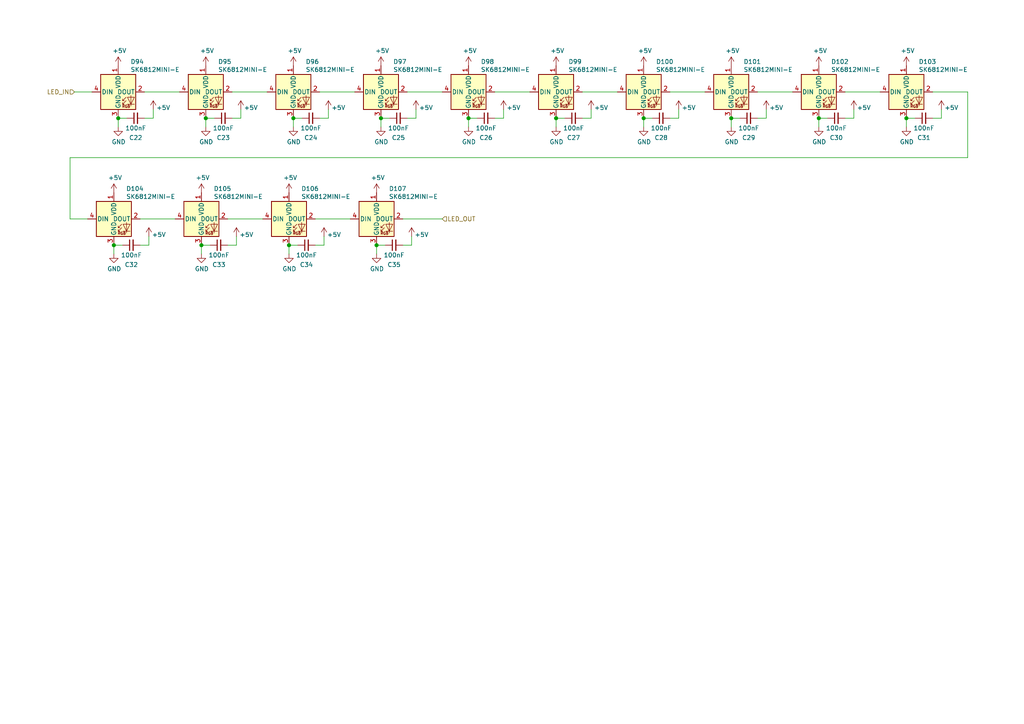
<source format=kicad_sch>
(kicad_sch (version 20210406) (generator eeschema)
  (paper "A4")
  (lib_symbols
    (symbol "Device:C_Small" (pin_numbers hide) (pin_names (offset 0.254) hide)
      (property "Reference" "C" (at 0.254 1.778 0))
      (property "Value" "C_Small" (at 0.254 -2.032 0))
      (symbol "C_Small_0_1"
        (polyline (pts (xy -1.524 -0.508) (xy 1.524 -0.508)) (stroke (width 0.3302)))
        (polyline (pts (xy -1.524 0.508) (xy 1.524 0.508)) (stroke (width 0.3048)))
      )
      (symbol "C_Small_1_1"
        (pin passive line (at 0 2.54 270) (length 2.032) (name "~") (number "1"))
        (pin passive line (at 0 -2.54 90) (length 2.032) (name "~") (number "2"))
      )
    )
    (symbol "chonc60:SK6812MINI-E" (pin_names (offset 0.254))
      (property "Reference" "D" (at 5.08 5.715 0))
      (property "Value" "SK6812MINI-E" (at 1.27 -5.715 0))
      (symbol "SK6812MINI-E_0_0"
        (text "RGB" (at 2.286 -4.191 0) (effects (font (size 0.762 0.762))))
      )
      (symbol "SK6812MINI-E_0_1"
        (rectangle (start 5.08 5.08) (end -5.08 -5.08) (stroke (width 0.254)) (fill (type background)))
        (polyline (pts (xy 1.27 -3.556) (xy 1.778 -3.556)))
        (polyline (pts (xy 1.27 -2.54) (xy 1.778 -2.54)))
        (polyline (pts (xy 4.699 -3.556) (xy 2.667 -3.556)))
        (polyline (pts (xy 2.286 -2.54) (xy 1.27 -3.556) (xy 1.27 -3.048)))
        (polyline (pts (xy 2.286 -1.524) (xy 1.27 -2.54) (xy 1.27 -2.032)))
        (polyline (pts (xy 3.683 -1.016) (xy 3.683 -3.556) (xy 3.683 -4.064)))
        (polyline (pts (xy 4.699 -1.524) (xy 2.667 -1.524) (xy 3.683 -3.556) (xy 4.699 -1.524)))
      )
      (symbol "SK6812MINI-E_1_1"
        (pin power_in line (at 0 7.62 270) (length 2.54) (name "VDD") (number "1"))
        (pin output line (at 7.62 0 180) (length 2.54) (name "DOUT") (number "2"))
        (pin power_in line (at 0 -7.62 90) (length 2.54) (name "GND") (number "3"))
        (pin input line (at -7.62 0 0) (length 2.54) (name "DIN") (number "4"))
      )
    )
    (symbol "power:+5V" (power) (pin_names (offset 0))
      (property "Value" "+5V" (at 0 3.556 0))
      (symbol "+5V_0_1"
        (polyline (pts (xy -0.762 1.27) (xy 0 2.54)))
        (polyline (pts (xy 0 0) (xy 0 2.54)))
        (polyline (pts (xy 0 2.54) (xy 0.762 1.27)))
      )
      (symbol "+5V_1_1"
        (pin power_in line (at 0 0 90) (length 0) hide (name "+5V") (number "1"))
      )
    )
    (symbol "power:GND" (power) (pin_names (offset 0))
      (property "Value" "GND" (at 0 -3.81 0))
      (symbol "GND_0_1"
        (polyline (pts (xy 0 0) (xy 0 -1.27) (xy 1.27 -1.27) (xy 0 -2.54) (xy -1.27 -1.27) (xy 0 -1.27)))
      )
      (symbol "GND_1_1"
        (pin power_in line (at 0 0 270) (length 0) hide (name "GND") (number "1"))
      )
    )
  )
  (junction (at 33.02 71.12) (diameter 1.016))
  (junction (at 34.29 34.29) (diameter 1.016))
  (junction (at 58.42 71.12) (diameter 1.016))
  (junction (at 59.69 34.29) (diameter 1.016))
  (junction (at 83.82 71.12) (diameter 1.016))
  (junction (at 85.09 34.29) (diameter 1.016))
  (junction (at 109.22 71.12) (diameter 1.016))
  (junction (at 110.49 34.29) (diameter 1.016))
  (junction (at 135.89 34.29) (diameter 1.016))
  (junction (at 161.29 34.29) (diameter 1.016))
  (junction (at 186.69 34.29) (diameter 1.016))
  (junction (at 212.09 34.29) (diameter 1.016))
  (junction (at 237.49 34.29) (diameter 1.016))
  (junction (at 262.89 34.29) (diameter 1.016))
  (wire (pts (xy 20.32 45.72) (xy 280.67 45.72)))
  (wire (pts (xy 20.32 63.5) (xy 20.32 45.72)))
  (wire (pts (xy 20.32 63.5) (xy 25.4 63.5)))
  (wire (pts (xy 21.59 26.67) (xy 26.67 26.67)))
  (wire (pts (xy 33.02 71.12) (xy 35.56 71.12)))
  (wire (pts (xy 33.02 73.66) (xy 33.02 71.12)))
  (wire (pts (xy 34.29 34.29) (xy 36.83 34.29)))
  (wire (pts (xy 34.29 36.83) (xy 34.29 34.29)))
  (wire (pts (xy 40.64 63.5) (xy 50.8 63.5)))
  (wire (pts (xy 40.64 71.12) (xy 43.18 71.12)))
  (wire (pts (xy 41.91 26.67) (xy 52.07 26.67)))
  (wire (pts (xy 41.91 34.29) (xy 44.45 34.29)))
  (wire (pts (xy 43.18 68.58) (xy 43.18 71.12)))
  (wire (pts (xy 44.45 31.75) (xy 44.45 34.29)))
  (wire (pts (xy 58.42 71.12) (xy 60.96 71.12)))
  (wire (pts (xy 58.42 73.66) (xy 58.42 71.12)))
  (wire (pts (xy 59.69 34.29) (xy 62.23 34.29)))
  (wire (pts (xy 59.69 36.83) (xy 59.69 34.29)))
  (wire (pts (xy 66.04 63.5) (xy 76.2 63.5)))
  (wire (pts (xy 66.04 71.12) (xy 68.58 71.12)))
  (wire (pts (xy 67.31 26.67) (xy 77.47 26.67)))
  (wire (pts (xy 67.31 34.29) (xy 69.85 34.29)))
  (wire (pts (xy 68.58 68.58) (xy 68.58 71.12)))
  (wire (pts (xy 69.85 31.75) (xy 69.85 34.29)))
  (wire (pts (xy 83.82 71.12) (xy 86.36 71.12)))
  (wire (pts (xy 83.82 73.66) (xy 83.82 71.12)))
  (wire (pts (xy 85.09 34.29) (xy 87.63 34.29)))
  (wire (pts (xy 85.09 36.83) (xy 85.09 34.29)))
  (wire (pts (xy 91.44 63.5) (xy 101.6 63.5)))
  (wire (pts (xy 91.44 71.12) (xy 93.98 71.12)))
  (wire (pts (xy 92.71 26.67) (xy 102.87 26.67)))
  (wire (pts (xy 92.71 34.29) (xy 95.25 34.29)))
  (wire (pts (xy 93.98 68.58) (xy 93.98 71.12)))
  (wire (pts (xy 95.25 31.75) (xy 95.25 34.29)))
  (wire (pts (xy 109.22 71.12) (xy 111.76 71.12)))
  (wire (pts (xy 109.22 73.66) (xy 109.22 71.12)))
  (wire (pts (xy 110.49 34.29) (xy 113.03 34.29)))
  (wire (pts (xy 110.49 36.83) (xy 110.49 34.29)))
  (wire (pts (xy 116.84 63.5) (xy 128.27 63.5)))
  (wire (pts (xy 116.84 71.12) (xy 119.38 71.12)))
  (wire (pts (xy 118.11 26.67) (xy 128.27 26.67)))
  (wire (pts (xy 118.11 34.29) (xy 120.65 34.29)))
  (wire (pts (xy 119.38 68.58) (xy 119.38 71.12)))
  (wire (pts (xy 120.65 31.75) (xy 120.65 34.29)))
  (wire (pts (xy 135.89 34.29) (xy 138.43 34.29)))
  (wire (pts (xy 135.89 36.83) (xy 135.89 34.29)))
  (wire (pts (xy 143.51 26.67) (xy 153.67 26.67)))
  (wire (pts (xy 143.51 34.29) (xy 146.05 34.29)))
  (wire (pts (xy 146.05 31.75) (xy 146.05 34.29)))
  (wire (pts (xy 161.29 34.29) (xy 163.83 34.29)))
  (wire (pts (xy 161.29 36.83) (xy 161.29 34.29)))
  (wire (pts (xy 168.91 26.67) (xy 179.07 26.67)))
  (wire (pts (xy 168.91 34.29) (xy 171.45 34.29)))
  (wire (pts (xy 171.45 31.75) (xy 171.45 34.29)))
  (wire (pts (xy 186.69 34.29) (xy 189.23 34.29)))
  (wire (pts (xy 186.69 36.83) (xy 186.69 34.29)))
  (wire (pts (xy 194.31 26.67) (xy 204.47 26.67)))
  (wire (pts (xy 194.31 34.29) (xy 196.85 34.29)))
  (wire (pts (xy 196.85 31.75) (xy 196.85 34.29)))
  (wire (pts (xy 212.09 34.29) (xy 214.63 34.29)))
  (wire (pts (xy 212.09 36.83) (xy 212.09 34.29)))
  (wire (pts (xy 219.71 26.67) (xy 229.87 26.67)))
  (wire (pts (xy 219.71 34.29) (xy 222.25 34.29)))
  (wire (pts (xy 222.25 31.75) (xy 222.25 34.29)))
  (wire (pts (xy 237.49 34.29) (xy 240.03 34.29)))
  (wire (pts (xy 237.49 36.83) (xy 237.49 34.29)))
  (wire (pts (xy 245.11 26.67) (xy 255.27 26.67)))
  (wire (pts (xy 245.11 34.29) (xy 247.65 34.29)))
  (wire (pts (xy 247.65 31.75) (xy 247.65 34.29)))
  (wire (pts (xy 262.89 34.29) (xy 265.43 34.29)))
  (wire (pts (xy 262.89 36.83) (xy 262.89 34.29)))
  (wire (pts (xy 270.51 26.67) (xy 280.67 26.67)))
  (wire (pts (xy 270.51 34.29) (xy 273.05 34.29)))
  (wire (pts (xy 273.05 31.75) (xy 273.05 34.29)))
  (wire (pts (xy 280.67 45.72) (xy 280.67 26.67)))
  (hierarchical_label "LED_IN" (shape input) (at 21.59 26.67 180))
  (hierarchical_label "LED_OUT" (shape input) (at 128.27 63.5 0))
  (symbol (lib_id "power:+5V") (at 33.02 55.88 0)
    (property "Reference" "#PWR094" (effects hide))
    (property "Value" "+5V" (at 33.3883 51.5556 0))
  )
  (symbol (lib_id "power:+5V") (at 34.29 19.05 0)
    (property "Reference" "#PWR064" (effects hide))
    (property "Value" "+5V" (at 34.6583 14.7256 0))
  )
  (symbol (lib_id "power:+5V") (at 43.18 68.58 0)
    (property "Reference" "#PWR098" (effects hide))
    (property "Value" "+5V" (at 46.0883 68.0656 0))
  )
  (symbol (lib_id "power:+5V") (at 44.45 31.75 0)
    (property "Reference" "#PWR074" (effects hide))
    (property "Value" "+5V" (at 47.3583 31.2356 0))
  )
  (symbol (lib_id "power:+5V") (at 58.42 55.88 0)
    (property "Reference" "#PWR095" (effects hide))
    (property "Value" "+5V" (at 58.7883 51.5556 0))
  )
  (symbol (lib_id "power:+5V") (at 59.69 19.05 0)
    (property "Reference" "#PWR065" (effects hide))
    (property "Value" "+5V" (at 60.0583 14.7256 0))
  )
  (symbol (lib_id "power:+5V") (at 68.58 68.58 0)
    (property "Reference" "#PWR099" (effects hide))
    (property "Value" "+5V" (at 71.4883 68.0656 0))
  )
  (symbol (lib_id "power:+5V") (at 69.85 31.75 0)
    (property "Reference" "#PWR075" (effects hide))
    (property "Value" "+5V" (at 72.7583 31.2356 0))
  )
  (symbol (lib_id "power:+5V") (at 83.82 55.88 0)
    (property "Reference" "#PWR096" (effects hide))
    (property "Value" "+5V" (at 84.1883 51.5556 0))
  )
  (symbol (lib_id "power:+5V") (at 85.09 19.05 0)
    (property "Reference" "#PWR066" (effects hide))
    (property "Value" "+5V" (at 85.4583 14.7256 0))
  )
  (symbol (lib_id "power:+5V") (at 93.98 68.58 0)
    (property "Reference" "#PWR0100" (effects hide))
    (property "Value" "+5V" (at 96.8883 68.0656 0))
  )
  (symbol (lib_id "power:+5V") (at 95.25 31.75 0)
    (property "Reference" "#PWR076" (effects hide))
    (property "Value" "+5V" (at 98.1583 31.2356 0))
  )
  (symbol (lib_id "power:+5V") (at 109.22 55.88 0)
    (property "Reference" "#PWR097" (effects hide))
    (property "Value" "+5V" (at 109.5883 51.5556 0))
  )
  (symbol (lib_id "power:+5V") (at 110.49 19.05 0)
    (property "Reference" "#PWR067" (effects hide))
    (property "Value" "+5V" (at 110.8583 14.7256 0))
  )
  (symbol (lib_id "power:+5V") (at 119.38 68.58 0)
    (property "Reference" "#PWR0101" (effects hide))
    (property "Value" "+5V" (at 122.2883 68.0656 0))
  )
  (symbol (lib_id "power:+5V") (at 120.65 31.75 0)
    (property "Reference" "#PWR077" (effects hide))
    (property "Value" "+5V" (at 123.5583 31.2356 0))
  )
  (symbol (lib_id "power:+5V") (at 135.89 19.05 0)
    (property "Reference" "#PWR068" (effects hide))
    (property "Value" "+5V" (at 136.2583 14.7256 0))
  )
  (symbol (lib_id "power:+5V") (at 146.05 31.75 0)
    (property "Reference" "#PWR078" (effects hide))
    (property "Value" "+5V" (at 148.9583 31.2356 0))
  )
  (symbol (lib_id "power:+5V") (at 161.29 19.05 0)
    (property "Reference" "#PWR069" (effects hide))
    (property "Value" "+5V" (at 161.6583 14.7256 0))
  )
  (symbol (lib_id "power:+5V") (at 171.45 31.75 0)
    (property "Reference" "#PWR079" (effects hide))
    (property "Value" "+5V" (at 174.3583 31.2356 0))
  )
  (symbol (lib_id "power:+5V") (at 186.69 19.05 0)
    (property "Reference" "#PWR070" (effects hide))
    (property "Value" "+5V" (at 187.0583 14.7256 0))
  )
  (symbol (lib_id "power:+5V") (at 196.85 31.75 0)
    (property "Reference" "#PWR080" (effects hide))
    (property "Value" "+5V" (at 199.7583 31.2356 0))
  )
  (symbol (lib_id "power:+5V") (at 212.09 19.05 0)
    (property "Reference" "#PWR071" (effects hide))
    (property "Value" "+5V" (at 212.4583 14.7256 0))
  )
  (symbol (lib_id "power:+5V") (at 222.25 31.75 0)
    (property "Reference" "#PWR081" (effects hide))
    (property "Value" "+5V" (at 225.1583 31.2356 0))
  )
  (symbol (lib_id "power:+5V") (at 237.49 19.05 0)
    (property "Reference" "#PWR072" (effects hide))
    (property "Value" "+5V" (at 237.8583 14.7256 0))
  )
  (symbol (lib_id "power:+5V") (at 247.65 31.75 0)
    (property "Reference" "#PWR082" (effects hide))
    (property "Value" "+5V" (at 250.5583 31.2356 0))
  )
  (symbol (lib_id "power:+5V") (at 262.89 19.05 0)
    (property "Reference" "#PWR073" (effects hide))
    (property "Value" "+5V" (at 263.2583 14.7256 0))
  )
  (symbol (lib_id "power:+5V") (at 273.05 31.75 0)
    (property "Reference" "#PWR083" (effects hide))
    (property "Value" "+5V" (at 275.9583 31.2356 0))
  )
  (symbol (lib_id "power:GND") (at 33.02 73.66 0)
    (property "Reference" "#PWR0102" (effects hide))
    (property "Value" "GND" (at 33.1343 77.9844 0))
  )
  (symbol (lib_id "power:GND") (at 34.29 36.83 0)
    (property "Reference" "#PWR084" (effects hide))
    (property "Value" "GND" (at 34.4043 41.1544 0))
  )
  (symbol (lib_id "power:GND") (at 58.42 73.66 0)
    (property "Reference" "#PWR0103" (effects hide))
    (property "Value" "GND" (at 58.5343 77.9844 0))
  )
  (symbol (lib_id "power:GND") (at 59.69 36.83 0)
    (property "Reference" "#PWR085" (effects hide))
    (property "Value" "GND" (at 59.8043 41.1544 0))
  )
  (symbol (lib_id "power:GND") (at 83.82 73.66 0)
    (property "Reference" "#PWR0104" (effects hide))
    (property "Value" "GND" (at 83.9343 77.9844 0))
  )
  (symbol (lib_id "power:GND") (at 85.09 36.83 0)
    (property "Reference" "#PWR086" (effects hide))
    (property "Value" "GND" (at 85.2043 41.1544 0))
  )
  (symbol (lib_id "power:GND") (at 109.22 73.66 0)
    (property "Reference" "#PWR0105" (effects hide))
    (property "Value" "GND" (at 109.3343 77.9844 0))
  )
  (symbol (lib_id "power:GND") (at 110.49 36.83 0)
    (property "Reference" "#PWR087" (effects hide))
    (property "Value" "GND" (at 110.6043 41.1544 0))
  )
  (symbol (lib_id "power:GND") (at 135.89 36.83 0)
    (property "Reference" "#PWR088" (effects hide))
    (property "Value" "GND" (at 136.0043 41.1544 0))
  )
  (symbol (lib_id "power:GND") (at 161.29 36.83 0)
    (property "Reference" "#PWR089" (effects hide))
    (property "Value" "GND" (at 161.4043 41.1544 0))
  )
  (symbol (lib_id "power:GND") (at 186.69 36.83 0)
    (property "Reference" "#PWR090" (effects hide))
    (property "Value" "GND" (at 186.8043 41.1544 0))
  )
  (symbol (lib_id "power:GND") (at 212.09 36.83 0)
    (property "Reference" "#PWR091" (effects hide))
    (property "Value" "GND" (at 212.2043 41.1544 0))
  )
  (symbol (lib_id "power:GND") (at 237.49 36.83 0)
    (property "Reference" "#PWR092" (effects hide))
    (property "Value" "GND" (at 237.6043 41.1544 0))
  )
  (symbol (lib_id "power:GND") (at 262.89 36.83 0)
    (property "Reference" "#PWR093" (effects hide))
    (property "Value" "GND" (at 263.0043 41.1544 0))
  )
  (symbol (lib_id "Device:C_Small") (at 38.1 71.12 90)
    (property "Reference" "C32" (at 38.1 76.7777 90))
    (property "Value" "100nF" (at 38.1 73.996 90))
    (property "Footprint" "Capacitor_SMD:C_0603_1608Metric" (effects hide))
  )
  (symbol (lib_id "Device:C_Small") (at 39.37 34.29 90)
    (property "Reference" "C22" (at 39.37 39.9477 90))
    (property "Value" "100nF" (at 39.37 37.166 90))
    (property "Footprint" "Capacitor_SMD:C_0603_1608Metric" (effects hide))
  )
  (symbol (lib_id "Device:C_Small") (at 63.5 71.12 90)
    (property "Reference" "C33" (at 63.5 76.7777 90))
    (property "Value" "100nF" (at 63.5 73.996 90))
    (property "Footprint" "Capacitor_SMD:C_0603_1608Metric" (effects hide))
  )
  (symbol (lib_id "Device:C_Small") (at 64.77 34.29 90)
    (property "Reference" "C23" (at 64.77 39.9477 90))
    (property "Value" "100nF" (at 64.77 37.166 90))
    (property "Footprint" "Capacitor_SMD:C_0603_1608Metric" (effects hide))
  )
  (symbol (lib_id "Device:C_Small") (at 88.9 71.12 90)
    (property "Reference" "C34" (at 88.9 76.7777 90))
    (property "Value" "100nF" (at 88.9 73.996 90))
    (property "Footprint" "Capacitor_SMD:C_0603_1608Metric" (effects hide))
  )
  (symbol (lib_id "Device:C_Small") (at 90.17 34.29 90)
    (property "Reference" "C24" (at 90.17 39.9477 90))
    (property "Value" "100nF" (at 90.17 37.166 90))
    (property "Footprint" "Capacitor_SMD:C_0603_1608Metric" (effects hide))
  )
  (symbol (lib_id "Device:C_Small") (at 114.3 71.12 90)
    (property "Reference" "C35" (at 114.3 76.7777 90))
    (property "Value" "100nF" (at 114.3 73.996 90))
    (property "Footprint" "Capacitor_SMD:C_0603_1608Metric" (effects hide))
  )
  (symbol (lib_id "Device:C_Small") (at 115.57 34.29 90)
    (property "Reference" "C25" (at 115.57 39.9477 90))
    (property "Value" "100nF" (at 115.57 37.166 90))
    (property "Footprint" "Capacitor_SMD:C_0603_1608Metric" (effects hide))
  )
  (symbol (lib_id "Device:C_Small") (at 140.97 34.29 90)
    (property "Reference" "C26" (at 140.97 39.9477 90))
    (property "Value" "100nF" (at 140.97 37.166 90))
    (property "Footprint" "Capacitor_SMD:C_0603_1608Metric" (effects hide))
  )
  (symbol (lib_id "Device:C_Small") (at 166.37 34.29 90)
    (property "Reference" "C27" (at 166.37 39.9477 90))
    (property "Value" "100nF" (at 166.37 37.166 90))
    (property "Footprint" "Capacitor_SMD:C_0603_1608Metric" (effects hide))
  )
  (symbol (lib_id "Device:C_Small") (at 191.77 34.29 90)
    (property "Reference" "C28" (at 191.77 39.9477 90))
    (property "Value" "100nF" (at 191.77 37.166 90))
    (property "Footprint" "Capacitor_SMD:C_0603_1608Metric" (effects hide))
  )
  (symbol (lib_id "Device:C_Small") (at 217.17 34.29 90)
    (property "Reference" "C29" (at 217.17 39.9477 90))
    (property "Value" "100nF" (at 217.17 37.166 90))
    (property "Footprint" "Capacitor_SMD:C_0603_1608Metric" (effects hide))
  )
  (symbol (lib_id "Device:C_Small") (at 242.57 34.29 90)
    (property "Reference" "C30" (at 242.57 39.9477 90))
    (property "Value" "100nF" (at 242.57 37.166 90))
    (property "Footprint" "Capacitor_SMD:C_0603_1608Metric" (effects hide))
  )
  (symbol (lib_id "Device:C_Small") (at 267.97 34.29 90)
    (property "Reference" "C31" (at 267.97 39.9477 90))
    (property "Value" "100nF" (at 267.97 37.166 90))
    (property "Footprint" "Capacitor_SMD:C_0603_1608Metric" (effects hide))
  )
  (symbol (lib_id "chonc60:SK6812MINI-E") (at 33.02 63.5 0)
    (property "Reference" "D104" (at 36.5761 54.7306 0) (effects (justify left)))
    (property "Value" "SK6812MINI-E" (at 36.5761 57.0293 0) (effects (justify left)))
    (property "Footprint" "chonc60:LED_SK6812_MINI_E_REVERSE" (effects hide))
    (property "Datasheet" "https://ecksteinimg.de/Datasheet/LED/LED0011/SK6812MINI-E_REV02_EN.pdf" (effects hide))
    (property "License" "This symbol is based off of the SK6812 official KiCad symbol and is thus under its modified CC-BY-SA 4.0 license instead of MIT" (effects hide))
  )
  (symbol (lib_id "chonc60:SK6812MINI-E") (at 34.29 26.67 0)
    (property "Reference" "D94" (at 37.8461 17.9006 0) (effects (justify left)))
    (property "Value" "SK6812MINI-E" (at 37.8461 20.1993 0) (effects (justify left)))
    (property "Footprint" "chonc60:LED_SK6812_MINI_E_REVERSE" (effects hide))
    (property "Datasheet" "https://ecksteinimg.de/Datasheet/LED/LED0011/SK6812MINI-E_REV02_EN.pdf" (effects hide))
    (property "License" "This symbol is based off of the SK6812 official KiCad symbol and is thus under its modified CC-BY-SA 4.0 license instead of MIT" (effects hide))
  )
  (symbol (lib_id "chonc60:SK6812MINI-E") (at 58.42 63.5 0)
    (property "Reference" "D105" (at 61.9761 54.7306 0) (effects (justify left)))
    (property "Value" "SK6812MINI-E" (at 61.9761 57.0293 0) (effects (justify left)))
    (property "Footprint" "chonc60:LED_SK6812_MINI_E_REVERSE" (effects hide))
    (property "Datasheet" "https://ecksteinimg.de/Datasheet/LED/LED0011/SK6812MINI-E_REV02_EN.pdf" (effects hide))
    (property "License" "This symbol is based off of the SK6812 official KiCad symbol and is thus under its modified CC-BY-SA 4.0 license instead of MIT" (effects hide))
  )
  (symbol (lib_id "chonc60:SK6812MINI-E") (at 59.69 26.67 0)
    (property "Reference" "D95" (at 63.2461 17.9006 0) (effects (justify left)))
    (property "Value" "SK6812MINI-E" (at 63.2461 20.1993 0) (effects (justify left)))
    (property "Footprint" "chonc60:LED_SK6812_MINI_E_REVERSE" (effects hide))
    (property "Datasheet" "https://ecksteinimg.de/Datasheet/LED/LED0011/SK6812MINI-E_REV02_EN.pdf" (effects hide))
    (property "License" "This symbol is based off of the SK6812 official KiCad symbol and is thus under its modified CC-BY-SA 4.0 license instead of MIT" (effects hide))
  )
  (symbol (lib_id "chonc60:SK6812MINI-E") (at 83.82 63.5 0)
    (property "Reference" "D106" (at 87.3761 54.7306 0) (effects (justify left)))
    (property "Value" "SK6812MINI-E" (at 87.3761 57.0293 0) (effects (justify left)))
    (property "Footprint" "chonc60:LED_SK6812_MINI_E_REVERSE" (effects hide))
    (property "Datasheet" "https://ecksteinimg.de/Datasheet/LED/LED0011/SK6812MINI-E_REV02_EN.pdf" (effects hide))
    (property "License" "This symbol is based off of the SK6812 official KiCad symbol and is thus under its modified CC-BY-SA 4.0 license instead of MIT" (effects hide))
  )
  (symbol (lib_id "chonc60:SK6812MINI-E") (at 85.09 26.67 0)
    (property "Reference" "D96" (at 88.6461 17.9006 0) (effects (justify left)))
    (property "Value" "SK6812MINI-E" (at 88.6461 20.1993 0) (effects (justify left)))
    (property "Footprint" "chonc60:LED_SK6812_MINI_E_REVERSE" (effects hide))
    (property "Datasheet" "https://ecksteinimg.de/Datasheet/LED/LED0011/SK6812MINI-E_REV02_EN.pdf" (effects hide))
    (property "License" "This symbol is based off of the SK6812 official KiCad symbol and is thus under its modified CC-BY-SA 4.0 license instead of MIT" (effects hide))
  )
  (symbol (lib_id "chonc60:SK6812MINI-E") (at 109.22 63.5 0)
    (property "Reference" "D107" (at 112.7761 54.7306 0) (effects (justify left)))
    (property "Value" "SK6812MINI-E" (at 112.7761 57.0293 0) (effects (justify left)))
    (property "Footprint" "chonc60:LED_SK6812_MINI_E_REVERSE" (effects hide))
    (property "Datasheet" "https://ecksteinimg.de/Datasheet/LED/LED0011/SK6812MINI-E_REV02_EN.pdf" (effects hide))
    (property "License" "This symbol is based off of the SK6812 official KiCad symbol and is thus under its modified CC-BY-SA 4.0 license instead of MIT" (effects hide))
  )
  (symbol (lib_id "chonc60:SK6812MINI-E") (at 110.49 26.67 0)
    (property "Reference" "D97" (at 114.0461 17.9006 0) (effects (justify left)))
    (property "Value" "SK6812MINI-E" (at 114.0461 20.1993 0) (effects (justify left)))
    (property "Footprint" "chonc60:LED_SK6812_MINI_E_REVERSE" (effects hide))
    (property "Datasheet" "https://ecksteinimg.de/Datasheet/LED/LED0011/SK6812MINI-E_REV02_EN.pdf" (effects hide))
    (property "License" "This symbol is based off of the SK6812 official KiCad symbol and is thus under its modified CC-BY-SA 4.0 license instead of MIT" (effects hide))
  )
  (symbol (lib_id "chonc60:SK6812MINI-E") (at 135.89 26.67 0)
    (property "Reference" "D98" (at 139.4461 17.9006 0) (effects (justify left)))
    (property "Value" "SK6812MINI-E" (at 139.4461 20.1993 0) (effects (justify left)))
    (property "Footprint" "chonc60:LED_SK6812_MINI_E_REVERSE" (effects hide))
    (property "Datasheet" "https://ecksteinimg.de/Datasheet/LED/LED0011/SK6812MINI-E_REV02_EN.pdf" (effects hide))
    (property "License" "This symbol is based off of the SK6812 official KiCad symbol and is thus under its modified CC-BY-SA 4.0 license instead of MIT" (effects hide))
  )
  (symbol (lib_id "chonc60:SK6812MINI-E") (at 161.29 26.67 0)
    (property "Reference" "D99" (at 164.8461 17.9006 0) (effects (justify left)))
    (property "Value" "SK6812MINI-E" (at 164.8461 20.1993 0) (effects (justify left)))
    (property "Footprint" "chonc60:LED_SK6812_MINI_E_REVERSE" (effects hide))
    (property "Datasheet" "https://ecksteinimg.de/Datasheet/LED/LED0011/SK6812MINI-E_REV02_EN.pdf" (effects hide))
    (property "License" "This symbol is based off of the SK6812 official KiCad symbol and is thus under its modified CC-BY-SA 4.0 license instead of MIT" (effects hide))
  )
  (symbol (lib_id "chonc60:SK6812MINI-E") (at 186.69 26.67 0)
    (property "Reference" "D100" (at 190.2461 17.9006 0) (effects (justify left)))
    (property "Value" "SK6812MINI-E" (at 190.2461 20.1993 0) (effects (justify left)))
    (property "Footprint" "chonc60:LED_SK6812_MINI_E_REVERSE" (effects hide))
    (property "Datasheet" "https://ecksteinimg.de/Datasheet/LED/LED0011/SK6812MINI-E_REV02_EN.pdf" (effects hide))
    (property "License" "This symbol is based off of the SK6812 official KiCad symbol and is thus under its modified CC-BY-SA 4.0 license instead of MIT" (effects hide))
  )
  (symbol (lib_id "chonc60:SK6812MINI-E") (at 212.09 26.67 0)
    (property "Reference" "D101" (at 215.6461 17.9006 0) (effects (justify left)))
    (property "Value" "SK6812MINI-E" (at 215.6461 20.1993 0) (effects (justify left)))
    (property "Footprint" "chonc60:LED_SK6812_MINI_E_REVERSE" (effects hide))
    (property "Datasheet" "https://ecksteinimg.de/Datasheet/LED/LED0011/SK6812MINI-E_REV02_EN.pdf" (effects hide))
    (property "License" "This symbol is based off of the SK6812 official KiCad symbol and is thus under its modified CC-BY-SA 4.0 license instead of MIT" (effects hide))
  )
  (symbol (lib_id "chonc60:SK6812MINI-E") (at 237.49 26.67 0)
    (property "Reference" "D102" (at 241.0461 17.9006 0) (effects (justify left)))
    (property "Value" "SK6812MINI-E" (at 241.0461 20.1993 0) (effects (justify left)))
    (property "Footprint" "chonc60:LED_SK6812_MINI_E_REVERSE" (effects hide))
    (property "Datasheet" "https://ecksteinimg.de/Datasheet/LED/LED0011/SK6812MINI-E_REV02_EN.pdf" (effects hide))
    (property "License" "This symbol is based off of the SK6812 official KiCad symbol and is thus under its modified CC-BY-SA 4.0 license instead of MIT" (effects hide))
  )
  (symbol (lib_id "chonc60:SK6812MINI-E") (at 262.89 26.67 0)
    (property "Reference" "D103" (at 266.4461 17.9006 0) (effects (justify left)))
    (property "Value" "SK6812MINI-E" (at 266.4461 20.1993 0) (effects (justify left)))
    (property "Footprint" "chonc60:LED_SK6812_MINI_E_REVERSE" (effects hide))
    (property "Datasheet" "https://ecksteinimg.de/Datasheet/LED/LED0011/SK6812MINI-E_REV02_EN.pdf" (effects hide))
    (property "License" "This symbol is based off of the SK6812 official KiCad symbol and is thus under its modified CC-BY-SA 4.0 license instead of MIT" (effects hide))
  )
)
</source>
